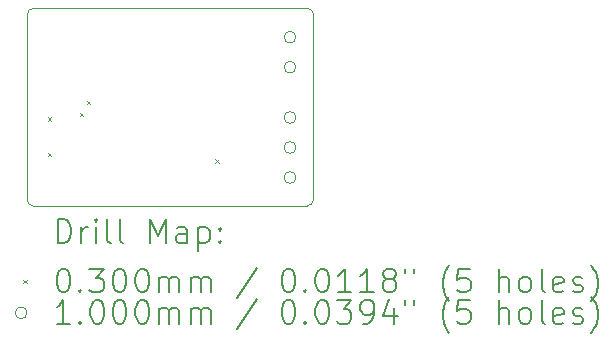
<source format=gbr>
%TF.GenerationSoftware,KiCad,Pcbnew,8.0.5*%
%TF.CreationDate,2024-10-05T21:15:03+02:00*%
%TF.ProjectId,XC9148-breakout,58433931-3438-42d6-9272-65616b6f7574,rev?*%
%TF.SameCoordinates,Original*%
%TF.FileFunction,Drillmap*%
%TF.FilePolarity,Positive*%
%FSLAX45Y45*%
G04 Gerber Fmt 4.5, Leading zero omitted, Abs format (unit mm)*
G04 Created by KiCad (PCBNEW 8.0.5) date 2024-10-05 21:15:03*
%MOMM*%
%LPD*%
G01*
G04 APERTURE LIST*
%ADD10C,0.050000*%
%ADD11C,0.200000*%
%ADD12C,0.100000*%
G04 APERTURE END LIST*
D10*
X9567000Y-5231000D02*
X11889000Y-5231000D01*
X11939000Y-6852000D02*
G75*
G02*
X11889000Y-6902000I-50000J0D01*
G01*
X11939000Y-5281000D02*
X11939000Y-6852000D01*
X9567000Y-6902000D02*
G75*
G02*
X9517000Y-6852000I0J50000D01*
G01*
X11889000Y-5231000D02*
G75*
G02*
X11939000Y-5281000I0J-50000D01*
G01*
X11889000Y-6902000D02*
X9567000Y-6902000D01*
X9517000Y-5281000D02*
G75*
G02*
X9567000Y-5231000I50000J0D01*
G01*
X9517000Y-6852000D02*
X9517000Y-5281000D01*
D11*
D12*
X9688000Y-6151000D02*
X9718000Y-6181000D01*
X9718000Y-6151000D02*
X9688000Y-6181000D01*
X9688000Y-6454000D02*
X9718000Y-6484000D01*
X9718000Y-6454000D02*
X9688000Y-6484000D01*
X9960000Y-6114000D02*
X9990000Y-6144000D01*
X9990000Y-6114000D02*
X9960000Y-6144000D01*
X10019000Y-6013000D02*
X10049000Y-6043000D01*
X10049000Y-6013000D02*
X10019000Y-6043000D01*
X11107000Y-6506000D02*
X11137000Y-6536000D01*
X11137000Y-6506000D02*
X11107000Y-6536000D01*
X11791000Y-5474000D02*
G75*
G02*
X11691000Y-5474000I-50000J0D01*
G01*
X11691000Y-5474000D02*
G75*
G02*
X11791000Y-5474000I50000J0D01*
G01*
X11791000Y-5728000D02*
G75*
G02*
X11691000Y-5728000I-50000J0D01*
G01*
X11691000Y-5728000D02*
G75*
G02*
X11791000Y-5728000I50000J0D01*
G01*
X11791000Y-6155000D02*
G75*
G02*
X11691000Y-6155000I-50000J0D01*
G01*
X11691000Y-6155000D02*
G75*
G02*
X11791000Y-6155000I50000J0D01*
G01*
X11791000Y-6409000D02*
G75*
G02*
X11691000Y-6409000I-50000J0D01*
G01*
X11691000Y-6409000D02*
G75*
G02*
X11791000Y-6409000I50000J0D01*
G01*
X11791000Y-6663000D02*
G75*
G02*
X11691000Y-6663000I-50000J0D01*
G01*
X11691000Y-6663000D02*
G75*
G02*
X11791000Y-6663000I50000J0D01*
G01*
D11*
X9775277Y-7215984D02*
X9775277Y-7015984D01*
X9775277Y-7015984D02*
X9822896Y-7015984D01*
X9822896Y-7015984D02*
X9851467Y-7025508D01*
X9851467Y-7025508D02*
X9870515Y-7044555D01*
X9870515Y-7044555D02*
X9880039Y-7063603D01*
X9880039Y-7063603D02*
X9889563Y-7101698D01*
X9889563Y-7101698D02*
X9889563Y-7130269D01*
X9889563Y-7130269D02*
X9880039Y-7168365D01*
X9880039Y-7168365D02*
X9870515Y-7187412D01*
X9870515Y-7187412D02*
X9851467Y-7206460D01*
X9851467Y-7206460D02*
X9822896Y-7215984D01*
X9822896Y-7215984D02*
X9775277Y-7215984D01*
X9975277Y-7215984D02*
X9975277Y-7082650D01*
X9975277Y-7120746D02*
X9984801Y-7101698D01*
X9984801Y-7101698D02*
X9994324Y-7092174D01*
X9994324Y-7092174D02*
X10013372Y-7082650D01*
X10013372Y-7082650D02*
X10032420Y-7082650D01*
X10099086Y-7215984D02*
X10099086Y-7082650D01*
X10099086Y-7015984D02*
X10089563Y-7025508D01*
X10089563Y-7025508D02*
X10099086Y-7035031D01*
X10099086Y-7035031D02*
X10108610Y-7025508D01*
X10108610Y-7025508D02*
X10099086Y-7015984D01*
X10099086Y-7015984D02*
X10099086Y-7035031D01*
X10222896Y-7215984D02*
X10203848Y-7206460D01*
X10203848Y-7206460D02*
X10194324Y-7187412D01*
X10194324Y-7187412D02*
X10194324Y-7015984D01*
X10327658Y-7215984D02*
X10308610Y-7206460D01*
X10308610Y-7206460D02*
X10299086Y-7187412D01*
X10299086Y-7187412D02*
X10299086Y-7015984D01*
X10556229Y-7215984D02*
X10556229Y-7015984D01*
X10556229Y-7015984D02*
X10622896Y-7158841D01*
X10622896Y-7158841D02*
X10689563Y-7015984D01*
X10689563Y-7015984D02*
X10689563Y-7215984D01*
X10870515Y-7215984D02*
X10870515Y-7111222D01*
X10870515Y-7111222D02*
X10860991Y-7092174D01*
X10860991Y-7092174D02*
X10841944Y-7082650D01*
X10841944Y-7082650D02*
X10803848Y-7082650D01*
X10803848Y-7082650D02*
X10784801Y-7092174D01*
X10870515Y-7206460D02*
X10851467Y-7215984D01*
X10851467Y-7215984D02*
X10803848Y-7215984D01*
X10803848Y-7215984D02*
X10784801Y-7206460D01*
X10784801Y-7206460D02*
X10775277Y-7187412D01*
X10775277Y-7187412D02*
X10775277Y-7168365D01*
X10775277Y-7168365D02*
X10784801Y-7149317D01*
X10784801Y-7149317D02*
X10803848Y-7139793D01*
X10803848Y-7139793D02*
X10851467Y-7139793D01*
X10851467Y-7139793D02*
X10870515Y-7130269D01*
X10965753Y-7082650D02*
X10965753Y-7282650D01*
X10965753Y-7092174D02*
X10984801Y-7082650D01*
X10984801Y-7082650D02*
X11022896Y-7082650D01*
X11022896Y-7082650D02*
X11041944Y-7092174D01*
X11041944Y-7092174D02*
X11051467Y-7101698D01*
X11051467Y-7101698D02*
X11060991Y-7120746D01*
X11060991Y-7120746D02*
X11060991Y-7177888D01*
X11060991Y-7177888D02*
X11051467Y-7196936D01*
X11051467Y-7196936D02*
X11041944Y-7206460D01*
X11041944Y-7206460D02*
X11022896Y-7215984D01*
X11022896Y-7215984D02*
X10984801Y-7215984D01*
X10984801Y-7215984D02*
X10965753Y-7206460D01*
X11146705Y-7196936D02*
X11156229Y-7206460D01*
X11156229Y-7206460D02*
X11146705Y-7215984D01*
X11146705Y-7215984D02*
X11137182Y-7206460D01*
X11137182Y-7206460D02*
X11146705Y-7196936D01*
X11146705Y-7196936D02*
X11146705Y-7215984D01*
X11146705Y-7092174D02*
X11156229Y-7101698D01*
X11156229Y-7101698D02*
X11146705Y-7111222D01*
X11146705Y-7111222D02*
X11137182Y-7101698D01*
X11137182Y-7101698D02*
X11146705Y-7092174D01*
X11146705Y-7092174D02*
X11146705Y-7111222D01*
D12*
X9484500Y-7529500D02*
X9514500Y-7559500D01*
X9514500Y-7529500D02*
X9484500Y-7559500D01*
D11*
X9813372Y-7435984D02*
X9832420Y-7435984D01*
X9832420Y-7435984D02*
X9851467Y-7445508D01*
X9851467Y-7445508D02*
X9860991Y-7455031D01*
X9860991Y-7455031D02*
X9870515Y-7474079D01*
X9870515Y-7474079D02*
X9880039Y-7512174D01*
X9880039Y-7512174D02*
X9880039Y-7559793D01*
X9880039Y-7559793D02*
X9870515Y-7597888D01*
X9870515Y-7597888D02*
X9860991Y-7616936D01*
X9860991Y-7616936D02*
X9851467Y-7626460D01*
X9851467Y-7626460D02*
X9832420Y-7635984D01*
X9832420Y-7635984D02*
X9813372Y-7635984D01*
X9813372Y-7635984D02*
X9794324Y-7626460D01*
X9794324Y-7626460D02*
X9784801Y-7616936D01*
X9784801Y-7616936D02*
X9775277Y-7597888D01*
X9775277Y-7597888D02*
X9765753Y-7559793D01*
X9765753Y-7559793D02*
X9765753Y-7512174D01*
X9765753Y-7512174D02*
X9775277Y-7474079D01*
X9775277Y-7474079D02*
X9784801Y-7455031D01*
X9784801Y-7455031D02*
X9794324Y-7445508D01*
X9794324Y-7445508D02*
X9813372Y-7435984D01*
X9965753Y-7616936D02*
X9975277Y-7626460D01*
X9975277Y-7626460D02*
X9965753Y-7635984D01*
X9965753Y-7635984D02*
X9956229Y-7626460D01*
X9956229Y-7626460D02*
X9965753Y-7616936D01*
X9965753Y-7616936D02*
X9965753Y-7635984D01*
X10041944Y-7435984D02*
X10165753Y-7435984D01*
X10165753Y-7435984D02*
X10099086Y-7512174D01*
X10099086Y-7512174D02*
X10127658Y-7512174D01*
X10127658Y-7512174D02*
X10146705Y-7521698D01*
X10146705Y-7521698D02*
X10156229Y-7531222D01*
X10156229Y-7531222D02*
X10165753Y-7550269D01*
X10165753Y-7550269D02*
X10165753Y-7597888D01*
X10165753Y-7597888D02*
X10156229Y-7616936D01*
X10156229Y-7616936D02*
X10146705Y-7626460D01*
X10146705Y-7626460D02*
X10127658Y-7635984D01*
X10127658Y-7635984D02*
X10070515Y-7635984D01*
X10070515Y-7635984D02*
X10051467Y-7626460D01*
X10051467Y-7626460D02*
X10041944Y-7616936D01*
X10289563Y-7435984D02*
X10308610Y-7435984D01*
X10308610Y-7435984D02*
X10327658Y-7445508D01*
X10327658Y-7445508D02*
X10337182Y-7455031D01*
X10337182Y-7455031D02*
X10346705Y-7474079D01*
X10346705Y-7474079D02*
X10356229Y-7512174D01*
X10356229Y-7512174D02*
X10356229Y-7559793D01*
X10356229Y-7559793D02*
X10346705Y-7597888D01*
X10346705Y-7597888D02*
X10337182Y-7616936D01*
X10337182Y-7616936D02*
X10327658Y-7626460D01*
X10327658Y-7626460D02*
X10308610Y-7635984D01*
X10308610Y-7635984D02*
X10289563Y-7635984D01*
X10289563Y-7635984D02*
X10270515Y-7626460D01*
X10270515Y-7626460D02*
X10260991Y-7616936D01*
X10260991Y-7616936D02*
X10251467Y-7597888D01*
X10251467Y-7597888D02*
X10241944Y-7559793D01*
X10241944Y-7559793D02*
X10241944Y-7512174D01*
X10241944Y-7512174D02*
X10251467Y-7474079D01*
X10251467Y-7474079D02*
X10260991Y-7455031D01*
X10260991Y-7455031D02*
X10270515Y-7445508D01*
X10270515Y-7445508D02*
X10289563Y-7435984D01*
X10480039Y-7435984D02*
X10499086Y-7435984D01*
X10499086Y-7435984D02*
X10518134Y-7445508D01*
X10518134Y-7445508D02*
X10527658Y-7455031D01*
X10527658Y-7455031D02*
X10537182Y-7474079D01*
X10537182Y-7474079D02*
X10546705Y-7512174D01*
X10546705Y-7512174D02*
X10546705Y-7559793D01*
X10546705Y-7559793D02*
X10537182Y-7597888D01*
X10537182Y-7597888D02*
X10527658Y-7616936D01*
X10527658Y-7616936D02*
X10518134Y-7626460D01*
X10518134Y-7626460D02*
X10499086Y-7635984D01*
X10499086Y-7635984D02*
X10480039Y-7635984D01*
X10480039Y-7635984D02*
X10460991Y-7626460D01*
X10460991Y-7626460D02*
X10451467Y-7616936D01*
X10451467Y-7616936D02*
X10441944Y-7597888D01*
X10441944Y-7597888D02*
X10432420Y-7559793D01*
X10432420Y-7559793D02*
X10432420Y-7512174D01*
X10432420Y-7512174D02*
X10441944Y-7474079D01*
X10441944Y-7474079D02*
X10451467Y-7455031D01*
X10451467Y-7455031D02*
X10460991Y-7445508D01*
X10460991Y-7445508D02*
X10480039Y-7435984D01*
X10632420Y-7635984D02*
X10632420Y-7502650D01*
X10632420Y-7521698D02*
X10641944Y-7512174D01*
X10641944Y-7512174D02*
X10660991Y-7502650D01*
X10660991Y-7502650D02*
X10689563Y-7502650D01*
X10689563Y-7502650D02*
X10708610Y-7512174D01*
X10708610Y-7512174D02*
X10718134Y-7531222D01*
X10718134Y-7531222D02*
X10718134Y-7635984D01*
X10718134Y-7531222D02*
X10727658Y-7512174D01*
X10727658Y-7512174D02*
X10746705Y-7502650D01*
X10746705Y-7502650D02*
X10775277Y-7502650D01*
X10775277Y-7502650D02*
X10794325Y-7512174D01*
X10794325Y-7512174D02*
X10803848Y-7531222D01*
X10803848Y-7531222D02*
X10803848Y-7635984D01*
X10899086Y-7635984D02*
X10899086Y-7502650D01*
X10899086Y-7521698D02*
X10908610Y-7512174D01*
X10908610Y-7512174D02*
X10927658Y-7502650D01*
X10927658Y-7502650D02*
X10956229Y-7502650D01*
X10956229Y-7502650D02*
X10975277Y-7512174D01*
X10975277Y-7512174D02*
X10984801Y-7531222D01*
X10984801Y-7531222D02*
X10984801Y-7635984D01*
X10984801Y-7531222D02*
X10994325Y-7512174D01*
X10994325Y-7512174D02*
X11013372Y-7502650D01*
X11013372Y-7502650D02*
X11041944Y-7502650D01*
X11041944Y-7502650D02*
X11060991Y-7512174D01*
X11060991Y-7512174D02*
X11070515Y-7531222D01*
X11070515Y-7531222D02*
X11070515Y-7635984D01*
X11460991Y-7426460D02*
X11289563Y-7683603D01*
X11718134Y-7435984D02*
X11737182Y-7435984D01*
X11737182Y-7435984D02*
X11756229Y-7445508D01*
X11756229Y-7445508D02*
X11765753Y-7455031D01*
X11765753Y-7455031D02*
X11775277Y-7474079D01*
X11775277Y-7474079D02*
X11784801Y-7512174D01*
X11784801Y-7512174D02*
X11784801Y-7559793D01*
X11784801Y-7559793D02*
X11775277Y-7597888D01*
X11775277Y-7597888D02*
X11765753Y-7616936D01*
X11765753Y-7616936D02*
X11756229Y-7626460D01*
X11756229Y-7626460D02*
X11737182Y-7635984D01*
X11737182Y-7635984D02*
X11718134Y-7635984D01*
X11718134Y-7635984D02*
X11699086Y-7626460D01*
X11699086Y-7626460D02*
X11689563Y-7616936D01*
X11689563Y-7616936D02*
X11680039Y-7597888D01*
X11680039Y-7597888D02*
X11670515Y-7559793D01*
X11670515Y-7559793D02*
X11670515Y-7512174D01*
X11670515Y-7512174D02*
X11680039Y-7474079D01*
X11680039Y-7474079D02*
X11689563Y-7455031D01*
X11689563Y-7455031D02*
X11699086Y-7445508D01*
X11699086Y-7445508D02*
X11718134Y-7435984D01*
X11870515Y-7616936D02*
X11880039Y-7626460D01*
X11880039Y-7626460D02*
X11870515Y-7635984D01*
X11870515Y-7635984D02*
X11860991Y-7626460D01*
X11860991Y-7626460D02*
X11870515Y-7616936D01*
X11870515Y-7616936D02*
X11870515Y-7635984D01*
X12003848Y-7435984D02*
X12022896Y-7435984D01*
X12022896Y-7435984D02*
X12041944Y-7445508D01*
X12041944Y-7445508D02*
X12051467Y-7455031D01*
X12051467Y-7455031D02*
X12060991Y-7474079D01*
X12060991Y-7474079D02*
X12070515Y-7512174D01*
X12070515Y-7512174D02*
X12070515Y-7559793D01*
X12070515Y-7559793D02*
X12060991Y-7597888D01*
X12060991Y-7597888D02*
X12051467Y-7616936D01*
X12051467Y-7616936D02*
X12041944Y-7626460D01*
X12041944Y-7626460D02*
X12022896Y-7635984D01*
X12022896Y-7635984D02*
X12003848Y-7635984D01*
X12003848Y-7635984D02*
X11984801Y-7626460D01*
X11984801Y-7626460D02*
X11975277Y-7616936D01*
X11975277Y-7616936D02*
X11965753Y-7597888D01*
X11965753Y-7597888D02*
X11956229Y-7559793D01*
X11956229Y-7559793D02*
X11956229Y-7512174D01*
X11956229Y-7512174D02*
X11965753Y-7474079D01*
X11965753Y-7474079D02*
X11975277Y-7455031D01*
X11975277Y-7455031D02*
X11984801Y-7445508D01*
X11984801Y-7445508D02*
X12003848Y-7435984D01*
X12260991Y-7635984D02*
X12146706Y-7635984D01*
X12203848Y-7635984D02*
X12203848Y-7435984D01*
X12203848Y-7435984D02*
X12184801Y-7464555D01*
X12184801Y-7464555D02*
X12165753Y-7483603D01*
X12165753Y-7483603D02*
X12146706Y-7493127D01*
X12451467Y-7635984D02*
X12337182Y-7635984D01*
X12394325Y-7635984D02*
X12394325Y-7435984D01*
X12394325Y-7435984D02*
X12375277Y-7464555D01*
X12375277Y-7464555D02*
X12356229Y-7483603D01*
X12356229Y-7483603D02*
X12337182Y-7493127D01*
X12565753Y-7521698D02*
X12546706Y-7512174D01*
X12546706Y-7512174D02*
X12537182Y-7502650D01*
X12537182Y-7502650D02*
X12527658Y-7483603D01*
X12527658Y-7483603D02*
X12527658Y-7474079D01*
X12527658Y-7474079D02*
X12537182Y-7455031D01*
X12537182Y-7455031D02*
X12546706Y-7445508D01*
X12546706Y-7445508D02*
X12565753Y-7435984D01*
X12565753Y-7435984D02*
X12603848Y-7435984D01*
X12603848Y-7435984D02*
X12622896Y-7445508D01*
X12622896Y-7445508D02*
X12632420Y-7455031D01*
X12632420Y-7455031D02*
X12641944Y-7474079D01*
X12641944Y-7474079D02*
X12641944Y-7483603D01*
X12641944Y-7483603D02*
X12632420Y-7502650D01*
X12632420Y-7502650D02*
X12622896Y-7512174D01*
X12622896Y-7512174D02*
X12603848Y-7521698D01*
X12603848Y-7521698D02*
X12565753Y-7521698D01*
X12565753Y-7521698D02*
X12546706Y-7531222D01*
X12546706Y-7531222D02*
X12537182Y-7540746D01*
X12537182Y-7540746D02*
X12527658Y-7559793D01*
X12527658Y-7559793D02*
X12527658Y-7597888D01*
X12527658Y-7597888D02*
X12537182Y-7616936D01*
X12537182Y-7616936D02*
X12546706Y-7626460D01*
X12546706Y-7626460D02*
X12565753Y-7635984D01*
X12565753Y-7635984D02*
X12603848Y-7635984D01*
X12603848Y-7635984D02*
X12622896Y-7626460D01*
X12622896Y-7626460D02*
X12632420Y-7616936D01*
X12632420Y-7616936D02*
X12641944Y-7597888D01*
X12641944Y-7597888D02*
X12641944Y-7559793D01*
X12641944Y-7559793D02*
X12632420Y-7540746D01*
X12632420Y-7540746D02*
X12622896Y-7531222D01*
X12622896Y-7531222D02*
X12603848Y-7521698D01*
X12718134Y-7435984D02*
X12718134Y-7474079D01*
X12794325Y-7435984D02*
X12794325Y-7474079D01*
X13089563Y-7712174D02*
X13080039Y-7702650D01*
X13080039Y-7702650D02*
X13060991Y-7674079D01*
X13060991Y-7674079D02*
X13051468Y-7655031D01*
X13051468Y-7655031D02*
X13041944Y-7626460D01*
X13041944Y-7626460D02*
X13032420Y-7578841D01*
X13032420Y-7578841D02*
X13032420Y-7540746D01*
X13032420Y-7540746D02*
X13041944Y-7493127D01*
X13041944Y-7493127D02*
X13051468Y-7464555D01*
X13051468Y-7464555D02*
X13060991Y-7445508D01*
X13060991Y-7445508D02*
X13080039Y-7416936D01*
X13080039Y-7416936D02*
X13089563Y-7407412D01*
X13260991Y-7435984D02*
X13165753Y-7435984D01*
X13165753Y-7435984D02*
X13156229Y-7531222D01*
X13156229Y-7531222D02*
X13165753Y-7521698D01*
X13165753Y-7521698D02*
X13184801Y-7512174D01*
X13184801Y-7512174D02*
X13232420Y-7512174D01*
X13232420Y-7512174D02*
X13251468Y-7521698D01*
X13251468Y-7521698D02*
X13260991Y-7531222D01*
X13260991Y-7531222D02*
X13270515Y-7550269D01*
X13270515Y-7550269D02*
X13270515Y-7597888D01*
X13270515Y-7597888D02*
X13260991Y-7616936D01*
X13260991Y-7616936D02*
X13251468Y-7626460D01*
X13251468Y-7626460D02*
X13232420Y-7635984D01*
X13232420Y-7635984D02*
X13184801Y-7635984D01*
X13184801Y-7635984D02*
X13165753Y-7626460D01*
X13165753Y-7626460D02*
X13156229Y-7616936D01*
X13508610Y-7635984D02*
X13508610Y-7435984D01*
X13594325Y-7635984D02*
X13594325Y-7531222D01*
X13594325Y-7531222D02*
X13584801Y-7512174D01*
X13584801Y-7512174D02*
X13565753Y-7502650D01*
X13565753Y-7502650D02*
X13537182Y-7502650D01*
X13537182Y-7502650D02*
X13518134Y-7512174D01*
X13518134Y-7512174D02*
X13508610Y-7521698D01*
X13718134Y-7635984D02*
X13699087Y-7626460D01*
X13699087Y-7626460D02*
X13689563Y-7616936D01*
X13689563Y-7616936D02*
X13680039Y-7597888D01*
X13680039Y-7597888D02*
X13680039Y-7540746D01*
X13680039Y-7540746D02*
X13689563Y-7521698D01*
X13689563Y-7521698D02*
X13699087Y-7512174D01*
X13699087Y-7512174D02*
X13718134Y-7502650D01*
X13718134Y-7502650D02*
X13746706Y-7502650D01*
X13746706Y-7502650D02*
X13765753Y-7512174D01*
X13765753Y-7512174D02*
X13775277Y-7521698D01*
X13775277Y-7521698D02*
X13784801Y-7540746D01*
X13784801Y-7540746D02*
X13784801Y-7597888D01*
X13784801Y-7597888D02*
X13775277Y-7616936D01*
X13775277Y-7616936D02*
X13765753Y-7626460D01*
X13765753Y-7626460D02*
X13746706Y-7635984D01*
X13746706Y-7635984D02*
X13718134Y-7635984D01*
X13899087Y-7635984D02*
X13880039Y-7626460D01*
X13880039Y-7626460D02*
X13870515Y-7607412D01*
X13870515Y-7607412D02*
X13870515Y-7435984D01*
X14051468Y-7626460D02*
X14032420Y-7635984D01*
X14032420Y-7635984D02*
X13994325Y-7635984D01*
X13994325Y-7635984D02*
X13975277Y-7626460D01*
X13975277Y-7626460D02*
X13965753Y-7607412D01*
X13965753Y-7607412D02*
X13965753Y-7531222D01*
X13965753Y-7531222D02*
X13975277Y-7512174D01*
X13975277Y-7512174D02*
X13994325Y-7502650D01*
X13994325Y-7502650D02*
X14032420Y-7502650D01*
X14032420Y-7502650D02*
X14051468Y-7512174D01*
X14051468Y-7512174D02*
X14060991Y-7531222D01*
X14060991Y-7531222D02*
X14060991Y-7550269D01*
X14060991Y-7550269D02*
X13965753Y-7569317D01*
X14137182Y-7626460D02*
X14156230Y-7635984D01*
X14156230Y-7635984D02*
X14194325Y-7635984D01*
X14194325Y-7635984D02*
X14213372Y-7626460D01*
X14213372Y-7626460D02*
X14222896Y-7607412D01*
X14222896Y-7607412D02*
X14222896Y-7597888D01*
X14222896Y-7597888D02*
X14213372Y-7578841D01*
X14213372Y-7578841D02*
X14194325Y-7569317D01*
X14194325Y-7569317D02*
X14165753Y-7569317D01*
X14165753Y-7569317D02*
X14146706Y-7559793D01*
X14146706Y-7559793D02*
X14137182Y-7540746D01*
X14137182Y-7540746D02*
X14137182Y-7531222D01*
X14137182Y-7531222D02*
X14146706Y-7512174D01*
X14146706Y-7512174D02*
X14165753Y-7502650D01*
X14165753Y-7502650D02*
X14194325Y-7502650D01*
X14194325Y-7502650D02*
X14213372Y-7512174D01*
X14289563Y-7712174D02*
X14299087Y-7702650D01*
X14299087Y-7702650D02*
X14318134Y-7674079D01*
X14318134Y-7674079D02*
X14327658Y-7655031D01*
X14327658Y-7655031D02*
X14337182Y-7626460D01*
X14337182Y-7626460D02*
X14346706Y-7578841D01*
X14346706Y-7578841D02*
X14346706Y-7540746D01*
X14346706Y-7540746D02*
X14337182Y-7493127D01*
X14337182Y-7493127D02*
X14327658Y-7464555D01*
X14327658Y-7464555D02*
X14318134Y-7445508D01*
X14318134Y-7445508D02*
X14299087Y-7416936D01*
X14299087Y-7416936D02*
X14289563Y-7407412D01*
D12*
X9514500Y-7808500D02*
G75*
G02*
X9414500Y-7808500I-50000J0D01*
G01*
X9414500Y-7808500D02*
G75*
G02*
X9514500Y-7808500I50000J0D01*
G01*
D11*
X9880039Y-7899984D02*
X9765753Y-7899984D01*
X9822896Y-7899984D02*
X9822896Y-7699984D01*
X9822896Y-7699984D02*
X9803848Y-7728555D01*
X9803848Y-7728555D02*
X9784801Y-7747603D01*
X9784801Y-7747603D02*
X9765753Y-7757127D01*
X9965753Y-7880936D02*
X9975277Y-7890460D01*
X9975277Y-7890460D02*
X9965753Y-7899984D01*
X9965753Y-7899984D02*
X9956229Y-7890460D01*
X9956229Y-7890460D02*
X9965753Y-7880936D01*
X9965753Y-7880936D02*
X9965753Y-7899984D01*
X10099086Y-7699984D02*
X10118134Y-7699984D01*
X10118134Y-7699984D02*
X10137182Y-7709508D01*
X10137182Y-7709508D02*
X10146705Y-7719031D01*
X10146705Y-7719031D02*
X10156229Y-7738079D01*
X10156229Y-7738079D02*
X10165753Y-7776174D01*
X10165753Y-7776174D02*
X10165753Y-7823793D01*
X10165753Y-7823793D02*
X10156229Y-7861888D01*
X10156229Y-7861888D02*
X10146705Y-7880936D01*
X10146705Y-7880936D02*
X10137182Y-7890460D01*
X10137182Y-7890460D02*
X10118134Y-7899984D01*
X10118134Y-7899984D02*
X10099086Y-7899984D01*
X10099086Y-7899984D02*
X10080039Y-7890460D01*
X10080039Y-7890460D02*
X10070515Y-7880936D01*
X10070515Y-7880936D02*
X10060991Y-7861888D01*
X10060991Y-7861888D02*
X10051467Y-7823793D01*
X10051467Y-7823793D02*
X10051467Y-7776174D01*
X10051467Y-7776174D02*
X10060991Y-7738079D01*
X10060991Y-7738079D02*
X10070515Y-7719031D01*
X10070515Y-7719031D02*
X10080039Y-7709508D01*
X10080039Y-7709508D02*
X10099086Y-7699984D01*
X10289563Y-7699984D02*
X10308610Y-7699984D01*
X10308610Y-7699984D02*
X10327658Y-7709508D01*
X10327658Y-7709508D02*
X10337182Y-7719031D01*
X10337182Y-7719031D02*
X10346705Y-7738079D01*
X10346705Y-7738079D02*
X10356229Y-7776174D01*
X10356229Y-7776174D02*
X10356229Y-7823793D01*
X10356229Y-7823793D02*
X10346705Y-7861888D01*
X10346705Y-7861888D02*
X10337182Y-7880936D01*
X10337182Y-7880936D02*
X10327658Y-7890460D01*
X10327658Y-7890460D02*
X10308610Y-7899984D01*
X10308610Y-7899984D02*
X10289563Y-7899984D01*
X10289563Y-7899984D02*
X10270515Y-7890460D01*
X10270515Y-7890460D02*
X10260991Y-7880936D01*
X10260991Y-7880936D02*
X10251467Y-7861888D01*
X10251467Y-7861888D02*
X10241944Y-7823793D01*
X10241944Y-7823793D02*
X10241944Y-7776174D01*
X10241944Y-7776174D02*
X10251467Y-7738079D01*
X10251467Y-7738079D02*
X10260991Y-7719031D01*
X10260991Y-7719031D02*
X10270515Y-7709508D01*
X10270515Y-7709508D02*
X10289563Y-7699984D01*
X10480039Y-7699984D02*
X10499086Y-7699984D01*
X10499086Y-7699984D02*
X10518134Y-7709508D01*
X10518134Y-7709508D02*
X10527658Y-7719031D01*
X10527658Y-7719031D02*
X10537182Y-7738079D01*
X10537182Y-7738079D02*
X10546705Y-7776174D01*
X10546705Y-7776174D02*
X10546705Y-7823793D01*
X10546705Y-7823793D02*
X10537182Y-7861888D01*
X10537182Y-7861888D02*
X10527658Y-7880936D01*
X10527658Y-7880936D02*
X10518134Y-7890460D01*
X10518134Y-7890460D02*
X10499086Y-7899984D01*
X10499086Y-7899984D02*
X10480039Y-7899984D01*
X10480039Y-7899984D02*
X10460991Y-7890460D01*
X10460991Y-7890460D02*
X10451467Y-7880936D01*
X10451467Y-7880936D02*
X10441944Y-7861888D01*
X10441944Y-7861888D02*
X10432420Y-7823793D01*
X10432420Y-7823793D02*
X10432420Y-7776174D01*
X10432420Y-7776174D02*
X10441944Y-7738079D01*
X10441944Y-7738079D02*
X10451467Y-7719031D01*
X10451467Y-7719031D02*
X10460991Y-7709508D01*
X10460991Y-7709508D02*
X10480039Y-7699984D01*
X10632420Y-7899984D02*
X10632420Y-7766650D01*
X10632420Y-7785698D02*
X10641944Y-7776174D01*
X10641944Y-7776174D02*
X10660991Y-7766650D01*
X10660991Y-7766650D02*
X10689563Y-7766650D01*
X10689563Y-7766650D02*
X10708610Y-7776174D01*
X10708610Y-7776174D02*
X10718134Y-7795222D01*
X10718134Y-7795222D02*
X10718134Y-7899984D01*
X10718134Y-7795222D02*
X10727658Y-7776174D01*
X10727658Y-7776174D02*
X10746705Y-7766650D01*
X10746705Y-7766650D02*
X10775277Y-7766650D01*
X10775277Y-7766650D02*
X10794325Y-7776174D01*
X10794325Y-7776174D02*
X10803848Y-7795222D01*
X10803848Y-7795222D02*
X10803848Y-7899984D01*
X10899086Y-7899984D02*
X10899086Y-7766650D01*
X10899086Y-7785698D02*
X10908610Y-7776174D01*
X10908610Y-7776174D02*
X10927658Y-7766650D01*
X10927658Y-7766650D02*
X10956229Y-7766650D01*
X10956229Y-7766650D02*
X10975277Y-7776174D01*
X10975277Y-7776174D02*
X10984801Y-7795222D01*
X10984801Y-7795222D02*
X10984801Y-7899984D01*
X10984801Y-7795222D02*
X10994325Y-7776174D01*
X10994325Y-7776174D02*
X11013372Y-7766650D01*
X11013372Y-7766650D02*
X11041944Y-7766650D01*
X11041944Y-7766650D02*
X11060991Y-7776174D01*
X11060991Y-7776174D02*
X11070515Y-7795222D01*
X11070515Y-7795222D02*
X11070515Y-7899984D01*
X11460991Y-7690460D02*
X11289563Y-7947603D01*
X11718134Y-7699984D02*
X11737182Y-7699984D01*
X11737182Y-7699984D02*
X11756229Y-7709508D01*
X11756229Y-7709508D02*
X11765753Y-7719031D01*
X11765753Y-7719031D02*
X11775277Y-7738079D01*
X11775277Y-7738079D02*
X11784801Y-7776174D01*
X11784801Y-7776174D02*
X11784801Y-7823793D01*
X11784801Y-7823793D02*
X11775277Y-7861888D01*
X11775277Y-7861888D02*
X11765753Y-7880936D01*
X11765753Y-7880936D02*
X11756229Y-7890460D01*
X11756229Y-7890460D02*
X11737182Y-7899984D01*
X11737182Y-7899984D02*
X11718134Y-7899984D01*
X11718134Y-7899984D02*
X11699086Y-7890460D01*
X11699086Y-7890460D02*
X11689563Y-7880936D01*
X11689563Y-7880936D02*
X11680039Y-7861888D01*
X11680039Y-7861888D02*
X11670515Y-7823793D01*
X11670515Y-7823793D02*
X11670515Y-7776174D01*
X11670515Y-7776174D02*
X11680039Y-7738079D01*
X11680039Y-7738079D02*
X11689563Y-7719031D01*
X11689563Y-7719031D02*
X11699086Y-7709508D01*
X11699086Y-7709508D02*
X11718134Y-7699984D01*
X11870515Y-7880936D02*
X11880039Y-7890460D01*
X11880039Y-7890460D02*
X11870515Y-7899984D01*
X11870515Y-7899984D02*
X11860991Y-7890460D01*
X11860991Y-7890460D02*
X11870515Y-7880936D01*
X11870515Y-7880936D02*
X11870515Y-7899984D01*
X12003848Y-7699984D02*
X12022896Y-7699984D01*
X12022896Y-7699984D02*
X12041944Y-7709508D01*
X12041944Y-7709508D02*
X12051467Y-7719031D01*
X12051467Y-7719031D02*
X12060991Y-7738079D01*
X12060991Y-7738079D02*
X12070515Y-7776174D01*
X12070515Y-7776174D02*
X12070515Y-7823793D01*
X12070515Y-7823793D02*
X12060991Y-7861888D01*
X12060991Y-7861888D02*
X12051467Y-7880936D01*
X12051467Y-7880936D02*
X12041944Y-7890460D01*
X12041944Y-7890460D02*
X12022896Y-7899984D01*
X12022896Y-7899984D02*
X12003848Y-7899984D01*
X12003848Y-7899984D02*
X11984801Y-7890460D01*
X11984801Y-7890460D02*
X11975277Y-7880936D01*
X11975277Y-7880936D02*
X11965753Y-7861888D01*
X11965753Y-7861888D02*
X11956229Y-7823793D01*
X11956229Y-7823793D02*
X11956229Y-7776174D01*
X11956229Y-7776174D02*
X11965753Y-7738079D01*
X11965753Y-7738079D02*
X11975277Y-7719031D01*
X11975277Y-7719031D02*
X11984801Y-7709508D01*
X11984801Y-7709508D02*
X12003848Y-7699984D01*
X12137182Y-7699984D02*
X12260991Y-7699984D01*
X12260991Y-7699984D02*
X12194325Y-7776174D01*
X12194325Y-7776174D02*
X12222896Y-7776174D01*
X12222896Y-7776174D02*
X12241944Y-7785698D01*
X12241944Y-7785698D02*
X12251467Y-7795222D01*
X12251467Y-7795222D02*
X12260991Y-7814269D01*
X12260991Y-7814269D02*
X12260991Y-7861888D01*
X12260991Y-7861888D02*
X12251467Y-7880936D01*
X12251467Y-7880936D02*
X12241944Y-7890460D01*
X12241944Y-7890460D02*
X12222896Y-7899984D01*
X12222896Y-7899984D02*
X12165753Y-7899984D01*
X12165753Y-7899984D02*
X12146706Y-7890460D01*
X12146706Y-7890460D02*
X12137182Y-7880936D01*
X12356229Y-7899984D02*
X12394325Y-7899984D01*
X12394325Y-7899984D02*
X12413372Y-7890460D01*
X12413372Y-7890460D02*
X12422896Y-7880936D01*
X12422896Y-7880936D02*
X12441944Y-7852365D01*
X12441944Y-7852365D02*
X12451467Y-7814269D01*
X12451467Y-7814269D02*
X12451467Y-7738079D01*
X12451467Y-7738079D02*
X12441944Y-7719031D01*
X12441944Y-7719031D02*
X12432420Y-7709508D01*
X12432420Y-7709508D02*
X12413372Y-7699984D01*
X12413372Y-7699984D02*
X12375277Y-7699984D01*
X12375277Y-7699984D02*
X12356229Y-7709508D01*
X12356229Y-7709508D02*
X12346706Y-7719031D01*
X12346706Y-7719031D02*
X12337182Y-7738079D01*
X12337182Y-7738079D02*
X12337182Y-7785698D01*
X12337182Y-7785698D02*
X12346706Y-7804746D01*
X12346706Y-7804746D02*
X12356229Y-7814269D01*
X12356229Y-7814269D02*
X12375277Y-7823793D01*
X12375277Y-7823793D02*
X12413372Y-7823793D01*
X12413372Y-7823793D02*
X12432420Y-7814269D01*
X12432420Y-7814269D02*
X12441944Y-7804746D01*
X12441944Y-7804746D02*
X12451467Y-7785698D01*
X12622896Y-7766650D02*
X12622896Y-7899984D01*
X12575277Y-7690460D02*
X12527658Y-7833317D01*
X12527658Y-7833317D02*
X12651467Y-7833317D01*
X12718134Y-7699984D02*
X12718134Y-7738079D01*
X12794325Y-7699984D02*
X12794325Y-7738079D01*
X13089563Y-7976174D02*
X13080039Y-7966650D01*
X13080039Y-7966650D02*
X13060991Y-7938079D01*
X13060991Y-7938079D02*
X13051468Y-7919031D01*
X13051468Y-7919031D02*
X13041944Y-7890460D01*
X13041944Y-7890460D02*
X13032420Y-7842841D01*
X13032420Y-7842841D02*
X13032420Y-7804746D01*
X13032420Y-7804746D02*
X13041944Y-7757127D01*
X13041944Y-7757127D02*
X13051468Y-7728555D01*
X13051468Y-7728555D02*
X13060991Y-7709508D01*
X13060991Y-7709508D02*
X13080039Y-7680936D01*
X13080039Y-7680936D02*
X13089563Y-7671412D01*
X13260991Y-7699984D02*
X13165753Y-7699984D01*
X13165753Y-7699984D02*
X13156229Y-7795222D01*
X13156229Y-7795222D02*
X13165753Y-7785698D01*
X13165753Y-7785698D02*
X13184801Y-7776174D01*
X13184801Y-7776174D02*
X13232420Y-7776174D01*
X13232420Y-7776174D02*
X13251468Y-7785698D01*
X13251468Y-7785698D02*
X13260991Y-7795222D01*
X13260991Y-7795222D02*
X13270515Y-7814269D01*
X13270515Y-7814269D02*
X13270515Y-7861888D01*
X13270515Y-7861888D02*
X13260991Y-7880936D01*
X13260991Y-7880936D02*
X13251468Y-7890460D01*
X13251468Y-7890460D02*
X13232420Y-7899984D01*
X13232420Y-7899984D02*
X13184801Y-7899984D01*
X13184801Y-7899984D02*
X13165753Y-7890460D01*
X13165753Y-7890460D02*
X13156229Y-7880936D01*
X13508610Y-7899984D02*
X13508610Y-7699984D01*
X13594325Y-7899984D02*
X13594325Y-7795222D01*
X13594325Y-7795222D02*
X13584801Y-7776174D01*
X13584801Y-7776174D02*
X13565753Y-7766650D01*
X13565753Y-7766650D02*
X13537182Y-7766650D01*
X13537182Y-7766650D02*
X13518134Y-7776174D01*
X13518134Y-7776174D02*
X13508610Y-7785698D01*
X13718134Y-7899984D02*
X13699087Y-7890460D01*
X13699087Y-7890460D02*
X13689563Y-7880936D01*
X13689563Y-7880936D02*
X13680039Y-7861888D01*
X13680039Y-7861888D02*
X13680039Y-7804746D01*
X13680039Y-7804746D02*
X13689563Y-7785698D01*
X13689563Y-7785698D02*
X13699087Y-7776174D01*
X13699087Y-7776174D02*
X13718134Y-7766650D01*
X13718134Y-7766650D02*
X13746706Y-7766650D01*
X13746706Y-7766650D02*
X13765753Y-7776174D01*
X13765753Y-7776174D02*
X13775277Y-7785698D01*
X13775277Y-7785698D02*
X13784801Y-7804746D01*
X13784801Y-7804746D02*
X13784801Y-7861888D01*
X13784801Y-7861888D02*
X13775277Y-7880936D01*
X13775277Y-7880936D02*
X13765753Y-7890460D01*
X13765753Y-7890460D02*
X13746706Y-7899984D01*
X13746706Y-7899984D02*
X13718134Y-7899984D01*
X13899087Y-7899984D02*
X13880039Y-7890460D01*
X13880039Y-7890460D02*
X13870515Y-7871412D01*
X13870515Y-7871412D02*
X13870515Y-7699984D01*
X14051468Y-7890460D02*
X14032420Y-7899984D01*
X14032420Y-7899984D02*
X13994325Y-7899984D01*
X13994325Y-7899984D02*
X13975277Y-7890460D01*
X13975277Y-7890460D02*
X13965753Y-7871412D01*
X13965753Y-7871412D02*
X13965753Y-7795222D01*
X13965753Y-7795222D02*
X13975277Y-7776174D01*
X13975277Y-7776174D02*
X13994325Y-7766650D01*
X13994325Y-7766650D02*
X14032420Y-7766650D01*
X14032420Y-7766650D02*
X14051468Y-7776174D01*
X14051468Y-7776174D02*
X14060991Y-7795222D01*
X14060991Y-7795222D02*
X14060991Y-7814269D01*
X14060991Y-7814269D02*
X13965753Y-7833317D01*
X14137182Y-7890460D02*
X14156230Y-7899984D01*
X14156230Y-7899984D02*
X14194325Y-7899984D01*
X14194325Y-7899984D02*
X14213372Y-7890460D01*
X14213372Y-7890460D02*
X14222896Y-7871412D01*
X14222896Y-7871412D02*
X14222896Y-7861888D01*
X14222896Y-7861888D02*
X14213372Y-7842841D01*
X14213372Y-7842841D02*
X14194325Y-7833317D01*
X14194325Y-7833317D02*
X14165753Y-7833317D01*
X14165753Y-7833317D02*
X14146706Y-7823793D01*
X14146706Y-7823793D02*
X14137182Y-7804746D01*
X14137182Y-7804746D02*
X14137182Y-7795222D01*
X14137182Y-7795222D02*
X14146706Y-7776174D01*
X14146706Y-7776174D02*
X14165753Y-7766650D01*
X14165753Y-7766650D02*
X14194325Y-7766650D01*
X14194325Y-7766650D02*
X14213372Y-7776174D01*
X14289563Y-7976174D02*
X14299087Y-7966650D01*
X14299087Y-7966650D02*
X14318134Y-7938079D01*
X14318134Y-7938079D02*
X14327658Y-7919031D01*
X14327658Y-7919031D02*
X14337182Y-7890460D01*
X14337182Y-7890460D02*
X14346706Y-7842841D01*
X14346706Y-7842841D02*
X14346706Y-7804746D01*
X14346706Y-7804746D02*
X14337182Y-7757127D01*
X14337182Y-7757127D02*
X14327658Y-7728555D01*
X14327658Y-7728555D02*
X14318134Y-7709508D01*
X14318134Y-7709508D02*
X14299087Y-7680936D01*
X14299087Y-7680936D02*
X14289563Y-7671412D01*
M02*

</source>
